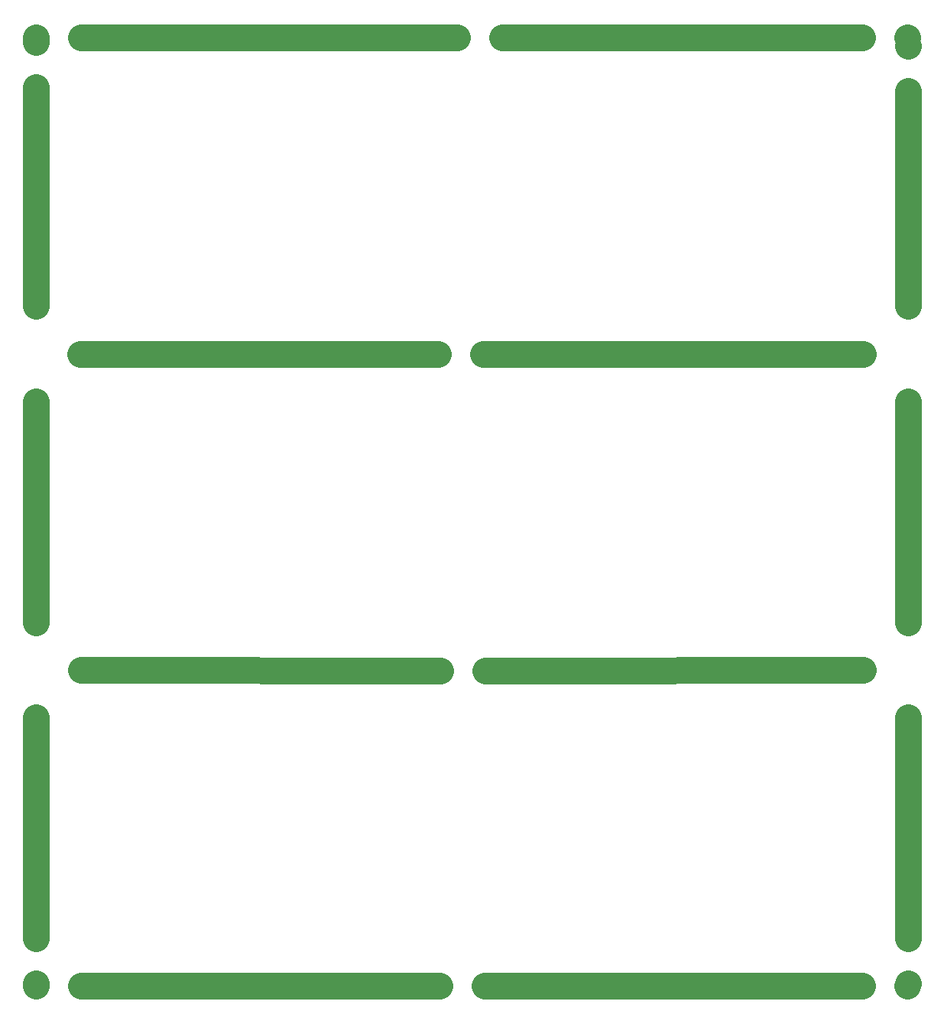
<source format=gbr>
G04 #@! TF.GenerationSoftware,KiCad,Pcbnew,(5.1.5)-3*
G04 #@! TF.CreationDate,2020-05-17T20:08:31+05:30*
G04 #@! TF.ProjectId,panel,70616e65-6c2e-46b6-9963-61645f706362,rev?*
G04 #@! TF.SameCoordinates,Original*
G04 #@! TF.FileFunction,Other,ECO1*
%FSLAX46Y46*%
G04 Gerber Fmt 4.6, Leading zero omitted, Abs format (unit mm)*
G04 Created by KiCad (PCBNEW (5.1.5)-3) date 2020-05-17 20:08:31*
%MOMM*%
%LPD*%
G04 APERTURE LIST*
%ADD10C,0.150000*%
%ADD11C,3.000000*%
G04 APERTURE END LIST*
D10*
X190195238Y-53757142D02*
X190147619Y-53804761D01*
X190004761Y-53852380D01*
X189909523Y-53852380D01*
X189766666Y-53804761D01*
X189671428Y-53709523D01*
X189623809Y-53614285D01*
X189576190Y-53423809D01*
X189576190Y-53280952D01*
X189623809Y-53090476D01*
X189671428Y-52995238D01*
X189766666Y-52900000D01*
X189909523Y-52852380D01*
X190004761Y-52852380D01*
X190147619Y-52900000D01*
X190195238Y-52947619D01*
X190623809Y-52852380D02*
X190623809Y-53661904D01*
X190671428Y-53757142D01*
X190719047Y-53804761D01*
X190814285Y-53852380D01*
X191004761Y-53852380D01*
X191100000Y-53804761D01*
X191147619Y-53757142D01*
X191195238Y-53661904D01*
X191195238Y-52852380D01*
X191528571Y-52852380D02*
X192100000Y-52852380D01*
X191814285Y-53852380D02*
X191814285Y-52852380D01*
X193385714Y-52852380D02*
X193576190Y-52852380D01*
X193671428Y-52900000D01*
X193766666Y-52995238D01*
X193814285Y-53185714D01*
X193814285Y-53519047D01*
X193766666Y-53709523D01*
X193671428Y-53804761D01*
X193576190Y-53852380D01*
X193385714Y-53852380D01*
X193290476Y-53804761D01*
X193195238Y-53709523D01*
X193147619Y-53519047D01*
X193147619Y-53185714D01*
X193195238Y-52995238D01*
X193290476Y-52900000D01*
X193385714Y-52852380D01*
X194242857Y-52852380D02*
X194242857Y-53661904D01*
X194290476Y-53757142D01*
X194338095Y-53804761D01*
X194433333Y-53852380D01*
X194623809Y-53852380D01*
X194719047Y-53804761D01*
X194766666Y-53757142D01*
X194814285Y-53661904D01*
X194814285Y-52852380D01*
X195147619Y-52852380D02*
X195719047Y-52852380D01*
X195433333Y-53852380D02*
X195433333Y-52852380D01*
X180795238Y-53957142D02*
X180747619Y-54004761D01*
X180604761Y-54052380D01*
X180509523Y-54052380D01*
X180366666Y-54004761D01*
X180271428Y-53909523D01*
X180223809Y-53814285D01*
X180176190Y-53623809D01*
X180176190Y-53480952D01*
X180223809Y-53290476D01*
X180271428Y-53195238D01*
X180366666Y-53100000D01*
X180509523Y-53052380D01*
X180604761Y-53052380D01*
X180747619Y-53100000D01*
X180795238Y-53147619D01*
X181223809Y-53052380D02*
X181223809Y-53861904D01*
X181271428Y-53957142D01*
X181319047Y-54004761D01*
X181414285Y-54052380D01*
X181604761Y-54052380D01*
X181700000Y-54004761D01*
X181747619Y-53957142D01*
X181795238Y-53861904D01*
X181795238Y-53052380D01*
X182128571Y-53052380D02*
X182700000Y-53052380D01*
X182414285Y-54052380D02*
X182414285Y-53052380D01*
X183985714Y-53052380D02*
X184176190Y-53052380D01*
X184271428Y-53100000D01*
X184366666Y-53195238D01*
X184414285Y-53385714D01*
X184414285Y-53719047D01*
X184366666Y-53909523D01*
X184271428Y-54004761D01*
X184176190Y-54052380D01*
X183985714Y-54052380D01*
X183890476Y-54004761D01*
X183795238Y-53909523D01*
X183747619Y-53719047D01*
X183747619Y-53385714D01*
X183795238Y-53195238D01*
X183890476Y-53100000D01*
X183985714Y-53052380D01*
X184842857Y-53052380D02*
X184842857Y-53861904D01*
X184890476Y-53957142D01*
X184938095Y-54004761D01*
X185033333Y-54052380D01*
X185223809Y-54052380D01*
X185319047Y-54004761D01*
X185366666Y-53957142D01*
X185414285Y-53861904D01*
X185414285Y-53052380D01*
X185747619Y-53052380D02*
X186319047Y-53052380D01*
X186033333Y-54052380D02*
X186033333Y-53052380D01*
X151195238Y-53957142D02*
X151147619Y-54004761D01*
X151004761Y-54052380D01*
X150909523Y-54052380D01*
X150766666Y-54004761D01*
X150671428Y-53909523D01*
X150623809Y-53814285D01*
X150576190Y-53623809D01*
X150576190Y-53480952D01*
X150623809Y-53290476D01*
X150671428Y-53195238D01*
X150766666Y-53100000D01*
X150909523Y-53052380D01*
X151004761Y-53052380D01*
X151147619Y-53100000D01*
X151195238Y-53147619D01*
X151623809Y-53052380D02*
X151623809Y-53861904D01*
X151671428Y-53957142D01*
X151719047Y-54004761D01*
X151814285Y-54052380D01*
X152004761Y-54052380D01*
X152100000Y-54004761D01*
X152147619Y-53957142D01*
X152195238Y-53861904D01*
X152195238Y-53052380D01*
X152528571Y-53052380D02*
X153100000Y-53052380D01*
X152814285Y-54052380D02*
X152814285Y-53052380D01*
X154385714Y-53052380D02*
X154576190Y-53052380D01*
X154671428Y-53100000D01*
X154766666Y-53195238D01*
X154814285Y-53385714D01*
X154814285Y-53719047D01*
X154766666Y-53909523D01*
X154671428Y-54004761D01*
X154576190Y-54052380D01*
X154385714Y-54052380D01*
X154290476Y-54004761D01*
X154195238Y-53909523D01*
X154147619Y-53719047D01*
X154147619Y-53385714D01*
X154195238Y-53195238D01*
X154290476Y-53100000D01*
X154385714Y-53052380D01*
X155242857Y-53052380D02*
X155242857Y-53861904D01*
X155290476Y-53957142D01*
X155338095Y-54004761D01*
X155433333Y-54052380D01*
X155623809Y-54052380D01*
X155719047Y-54004761D01*
X155766666Y-53957142D01*
X155814285Y-53861904D01*
X155814285Y-53052380D01*
X156147619Y-53052380D02*
X156719047Y-53052380D01*
X156433333Y-54052380D02*
X156433333Y-53052380D01*
X170495238Y-53957142D02*
X170447619Y-54004761D01*
X170304761Y-54052380D01*
X170209523Y-54052380D01*
X170066666Y-54004761D01*
X169971428Y-53909523D01*
X169923809Y-53814285D01*
X169876190Y-53623809D01*
X169876190Y-53480952D01*
X169923809Y-53290476D01*
X169971428Y-53195238D01*
X170066666Y-53100000D01*
X170209523Y-53052380D01*
X170304761Y-53052380D01*
X170447619Y-53100000D01*
X170495238Y-53147619D01*
X170923809Y-53052380D02*
X170923809Y-53861904D01*
X170971428Y-53957142D01*
X171019047Y-54004761D01*
X171114285Y-54052380D01*
X171304761Y-54052380D01*
X171400000Y-54004761D01*
X171447619Y-53957142D01*
X171495238Y-53861904D01*
X171495238Y-53052380D01*
X171828571Y-53052380D02*
X172400000Y-53052380D01*
X172114285Y-54052380D02*
X172114285Y-53052380D01*
X173685714Y-53052380D02*
X173876190Y-53052380D01*
X173971428Y-53100000D01*
X174066666Y-53195238D01*
X174114285Y-53385714D01*
X174114285Y-53719047D01*
X174066666Y-53909523D01*
X173971428Y-54004761D01*
X173876190Y-54052380D01*
X173685714Y-54052380D01*
X173590476Y-54004761D01*
X173495238Y-53909523D01*
X173447619Y-53719047D01*
X173447619Y-53385714D01*
X173495238Y-53195238D01*
X173590476Y-53100000D01*
X173685714Y-53052380D01*
X174542857Y-53052380D02*
X174542857Y-53861904D01*
X174590476Y-53957142D01*
X174638095Y-54004761D01*
X174733333Y-54052380D01*
X174923809Y-54052380D01*
X175019047Y-54004761D01*
X175066666Y-53957142D01*
X175114285Y-53861904D01*
X175114285Y-53052380D01*
X175447619Y-53052380D02*
X176019047Y-53052380D01*
X175733333Y-54052380D02*
X175733333Y-53052380D01*
X134795238Y-53757142D02*
X134747619Y-53804761D01*
X134604761Y-53852380D01*
X134509523Y-53852380D01*
X134366666Y-53804761D01*
X134271428Y-53709523D01*
X134223809Y-53614285D01*
X134176190Y-53423809D01*
X134176190Y-53280952D01*
X134223809Y-53090476D01*
X134271428Y-52995238D01*
X134366666Y-52900000D01*
X134509523Y-52852380D01*
X134604761Y-52852380D01*
X134747619Y-52900000D01*
X134795238Y-52947619D01*
X135223809Y-52852380D02*
X135223809Y-53661904D01*
X135271428Y-53757142D01*
X135319047Y-53804761D01*
X135414285Y-53852380D01*
X135604761Y-53852380D01*
X135700000Y-53804761D01*
X135747619Y-53757142D01*
X135795238Y-53661904D01*
X135795238Y-52852380D01*
X136128571Y-52852380D02*
X136700000Y-52852380D01*
X136414285Y-53852380D02*
X136414285Y-52852380D01*
X137985714Y-52852380D02*
X138176190Y-52852380D01*
X138271428Y-52900000D01*
X138366666Y-52995238D01*
X138414285Y-53185714D01*
X138414285Y-53519047D01*
X138366666Y-53709523D01*
X138271428Y-53804761D01*
X138176190Y-53852380D01*
X137985714Y-53852380D01*
X137890476Y-53804761D01*
X137795238Y-53709523D01*
X137747619Y-53519047D01*
X137747619Y-53185714D01*
X137795238Y-52995238D01*
X137890476Y-52900000D01*
X137985714Y-52852380D01*
X138842857Y-52852380D02*
X138842857Y-53661904D01*
X138890476Y-53757142D01*
X138938095Y-53804761D01*
X139033333Y-53852380D01*
X139223809Y-53852380D01*
X139319047Y-53804761D01*
X139366666Y-53757142D01*
X139414285Y-53661904D01*
X139414285Y-52852380D01*
X139747619Y-52852380D02*
X140319047Y-52852380D01*
X140033333Y-53852380D02*
X140033333Y-52852380D01*
D11*
X178710000Y-123600000D02*
X220500000Y-123500000D01*
X178600000Y-158500000D02*
X220390000Y-158500000D01*
X173600000Y-158500000D02*
X133910000Y-158500000D01*
X128900000Y-153200000D02*
X128900000Y-128790000D01*
X128900000Y-118210000D02*
X128900000Y-93800000D01*
X173690000Y-123600000D02*
X133910000Y-123500000D01*
X178400000Y-88500000D02*
X220500000Y-88500000D01*
X133910000Y-88500000D02*
X173390000Y-88500000D01*
X133800000Y-88500000D02*
X133910000Y-88500000D01*
X128900000Y-59000000D02*
X128900000Y-83210000D01*
X225500000Y-128790000D02*
X225500000Y-153200000D01*
X225500000Y-93790000D02*
X225500000Y-118200000D01*
X225500000Y-59400000D02*
X225500000Y-83210000D01*
X180510000Y-53500000D02*
X220400000Y-53500000D01*
X133910000Y-53500000D02*
X175490000Y-53500000D01*
X178610000Y-158500000D02*
X178600000Y-158500000D01*
X173590000Y-158500000D02*
X173600000Y-158500000D01*
X225500000Y-158210000D02*
X225500000Y-158200000D01*
X225500000Y-153190000D02*
X225500000Y-153200000D01*
X220390000Y-158500000D02*
X220400000Y-158500000D01*
X225410000Y-158500000D02*
X225400000Y-158500000D01*
X225500000Y-59410000D02*
X225500000Y-59400000D01*
X225500000Y-54390000D02*
X225500000Y-54400000D01*
X128900000Y-59010000D02*
X128900000Y-59000000D01*
X128900000Y-53990000D02*
X128900000Y-54000000D01*
X128900000Y-158210000D02*
X128900000Y-158200000D01*
X128900000Y-153190000D02*
X128900000Y-153200000D01*
X128890000Y-158500000D02*
X128900000Y-158500000D01*
X133910000Y-158500000D02*
X133900000Y-158500000D01*
X173690000Y-123600000D02*
X173700000Y-123600000D01*
X178710000Y-123600000D02*
X178700000Y-123600000D01*
X173390000Y-88500000D02*
X173400000Y-88500000D01*
X178410000Y-88500000D02*
X178400000Y-88500000D01*
X175490000Y-53500000D02*
X175500000Y-53500000D01*
X180510000Y-53500000D02*
X180500000Y-53500000D01*
X220390000Y-53500000D02*
X220400000Y-53500000D01*
X225410000Y-53500000D02*
X225400000Y-53500000D01*
X133910000Y-53500000D02*
X133900000Y-53500000D01*
X128890000Y-53500000D02*
X128900000Y-53500000D01*
X220490000Y-123500000D02*
X220500000Y-123500000D01*
X225500000Y-128800000D02*
X225500000Y-128790000D01*
X225500000Y-118200000D02*
X225500000Y-118210000D01*
X220490000Y-88500000D02*
X220500000Y-88500000D01*
X225500000Y-93800000D02*
X225500000Y-93790000D01*
X225500000Y-83200000D02*
X225500000Y-83210000D01*
X133910000Y-123500000D02*
X133900000Y-123500000D01*
X128900000Y-118200000D02*
X128900000Y-118210000D01*
X128900000Y-128800000D02*
X128900000Y-128790000D01*
X128900000Y-93800000D02*
X128900000Y-93790000D01*
X128900000Y-83200000D02*
X128900000Y-83210000D01*
X133910000Y-88500000D02*
X133900000Y-88500000D01*
M02*

</source>
